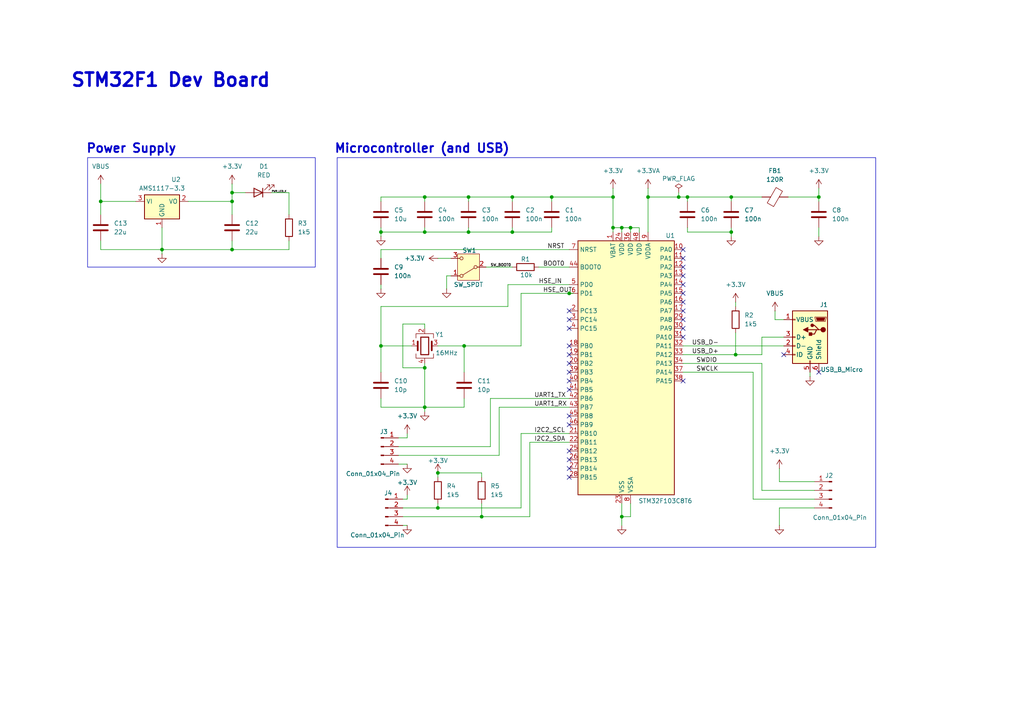
<source format=kicad_sch>
(kicad_sch (version 20231120) (generator "eeschema") (generator_version "8.0")
  (paper "A4")
  (title_block (title "STM32F1 Dev Board") (date "2024-03-03") (rev "0.1") (company "Royce Thomas Iype"))
  (lib_symbols
    (symbol "Connector:Conn_01x04_Pin" (pin_names (offset 1.016) hide)
      (property "Reference" "J" (at 0 5.08 0))
      (property "Value" "Conn_01x04_Pin" (at 0 -7.62 0))
      (symbol "Conn_01x04_Pin_1_1"
        (polyline (pts (xy 1.27 -5.08) (xy 0.8636 -5.08)) (stroke (width 0.1524)))
        (polyline (pts (xy 1.27 -2.54) (xy 0.8636 -2.54)) (stroke (width 0.1524)))
        (polyline (pts (xy 1.27 0) (xy 0.8636 0)) (stroke (width 0.1524)))
        (polyline (pts (xy 1.27 2.54) (xy 0.8636 2.54)) (stroke (width 0.1524)))
        (rectangle (start 0.8636 -4.953) (end 0 -5.207) (stroke (width 0.1524)) (fill (type outline)))
        (rectangle (start 0.8636 -2.413) (end 0 -2.667) (stroke (width 0.1524)) (fill (type outline)))
        (rectangle (start 0.8636 0.127) (end 0 -0.127) (stroke (width 0.1524)) (fill (type outline)))
        (rectangle (start 0.8636 2.667) (end 0 2.413) (stroke (width 0.1524)) (fill (type outline)))
        (pin passive line (at 5.08 2.54 180) (length 3.81) (name "Pin_1") (number "1"))
        (pin passive line (at 5.08 0 180) (length 3.81) (name "Pin_2") (number "2"))
        (pin passive line (at 5.08 -2.54 180) (length 3.81) (name "Pin_3") (number "3"))
        (pin passive line (at 5.08 -5.08 180) (length 3.81) (name "Pin_4") (number "4"))
      )
    )
    (symbol "Connector:USB_B_Micro" (pin_names (offset 1.016))
      (property "Reference" "J" (at -5.08 11.43 0))
      (property "Value" "USB_B_Micro" (at -5.08 8.89 0))
      (symbol "USB_B_Micro_0_1"
        (rectangle (start -5.08 -7.62) (end 5.08 7.62) (stroke (width 0.254)) (fill (type background)))
        (circle (center -3.81 2.159) (radius 0.635) (stroke (width 0.254)) (fill (type outline)))
        (circle (center -0.635 3.429) (radius 0.381) (stroke (width 0.254)) (fill (type outline)))
        (rectangle (start -0.127 -7.62) (end 0.127 -6.858))
        (polyline (pts (xy -1.905 2.159) (xy 0.635 2.159)) (stroke (width 0.254)))
        (polyline (pts (xy -3.175 2.159) (xy -2.54 2.159) (xy -1.27 3.429) (xy -0.635 3.429)) (stroke (width 0.254)))
        (polyline (pts (xy -2.54 2.159) (xy -1.905 2.159) (xy -1.27 0.889) (xy 0 0.889)) (stroke (width 0.254)))
        (polyline (pts (xy 0.635 2.794) (xy 0.635 1.524) (xy 1.905 2.159) (xy 0.635 2.794)) (stroke (width 0.254)) (fill (type outline)))
        (polyline (pts (xy -4.318 5.588) (xy -1.778 5.588) (xy -2.032 4.826) (xy -4.064 4.826) (xy -4.318 5.588)) (fill (type outline)))
        (polyline (pts (xy -4.699 5.842) (xy -4.699 5.588) (xy -4.445 4.826) (xy -4.445 4.572) (xy -1.651 4.572) (xy -1.651 4.826) (xy -1.397 5.588) (xy -1.397 5.842) (xy -4.699 5.842)))
        (rectangle (start 0.254 1.27) (end -0.508 0.508) (stroke (width 0.254)) (fill (type outline)))
        (rectangle (start 5.08 -5.207) (end 4.318 -4.953))
        (rectangle (start 5.08 -2.667) (end 4.318 -2.413))
        (rectangle (start 5.08 -0.127) (end 4.318 0.127))
        (rectangle (start 5.08 4.953) (end 4.318 5.207))
      )
      (symbol "USB_B_Micro_1_1"
        (pin power_out line (at 7.62 5.08 180) (length 2.54) (name "VBUS") (number "1"))
        (pin bidirectional line (at 7.62 -2.54 180) (length 2.54) (name "D-") (number "2"))
        (pin bidirectional line (at 7.62 0 180) (length 2.54) (name "D+") (number "3"))
        (pin passive line (at 7.62 -5.08 180) (length 2.54) (name "ID") (number "4"))
        (pin power_out line (at 0 -10.16 90) (length 2.54) (name "GND") (number "5"))
        (pin passive line (at -2.54 -10.16 90) (length 2.54) (name "Shield") (number "6"))
      )
    )
    (symbol "Device:C" (pin_numbers hide) (pin_names (offset 0.254))
      (property "Reference" "C" (at 0.635 2.54 0))
      (property "Value" "C" (at 0.635 -2.54 0))
      (symbol "C_0_1"
        (polyline (pts (xy -2.032 -0.762) (xy 2.032 -0.762)) (stroke (width 0.508)))
        (polyline (pts (xy -2.032 0.762) (xy 2.032 0.762)) (stroke (width 0.508)))
      )
      (symbol "C_1_1"
        (pin passive line (at 0 3.81 270) (length 2.794) (name "~") (number "1"))
        (pin passive line (at 0 -3.81 90) (length 2.794) (name "~") (number "2"))
      )
    )
    (symbol "Device:Crystal_GND24" (pin_names (offset 1.016) hide)
      (property "Reference" "Y" (at 3.175 5.08 0))
      (property "Value" "Crystal_GND24" (at 3.175 3.175 0))
      (symbol "Crystal_GND24_0_1"
        (rectangle (start -1.143 2.54) (end 1.143 -2.54) (stroke (width 0.3048)))
        (polyline (pts (xy -2.54 0) (xy -2.032 0)))
        (polyline (pts (xy -2.032 -1.27) (xy -2.032 1.27)) (stroke (width 0.508)))
        (polyline (pts (xy 0 -3.81) (xy 0 -3.556)))
        (polyline (pts (xy 0 3.556) (xy 0 3.81)))
        (polyline (pts (xy 2.032 -1.27) (xy 2.032 1.27)) (stroke (width 0.508)))
        (polyline (pts (xy 2.032 0) (xy 2.54 0)))
        (polyline (pts (xy -2.54 -2.286) (xy -2.54 -3.556) (xy 2.54 -3.556) (xy 2.54 -2.286)))
        (polyline (pts (xy -2.54 2.286) (xy -2.54 3.556) (xy 2.54 3.556) (xy 2.54 2.286)))
      )
      (symbol "Crystal_GND24_1_1"
        (pin passive line (at -3.81 0 0) (length 1.27) (name "1") (number "1"))
        (pin passive line (at 0 5.08 270) (length 1.27) (name "2") (number "2"))
        (pin passive line (at 3.81 0 180) (length 1.27) (name "3") (number "3"))
        (pin passive line (at 0 -5.08 90) (length 1.27) (name "4") (number "4"))
      )
    )
    (symbol "Device:FerriteBead" (pin_numbers hide) (pin_names (offset 0))
      (property "Reference" "FB" (at -3.81 0.635 90))
      (property "Value" "FerriteBead" (at 3.81 0 90))
      (symbol "FerriteBead_0_1"
        (polyline (pts (xy 0 -1.27) (xy 0 -1.2192)))
        (polyline (pts (xy 0 1.27) (xy 0 1.2954)))
        (polyline (pts (xy -2.7686 0.4064) (xy -1.7018 2.2606) (xy 2.7686 -0.3048) (xy 1.6764 -2.159) (xy -2.7686 0.4064)))
      )
      (symbol "FerriteBead_1_1"
        (pin passive line (at 0 3.81 270) (length 2.54) (name "~") (number "1"))
        (pin passive line (at 0 -3.81 90) (length 2.54) (name "~") (number "2"))
      )
    )
    (symbol "Device:LED" (pin_numbers hide) (pin_names (offset 1.016) hide)
      (property "Reference" "D" (at 0 2.54 0))
      (property "Value" "LED" (at 0 -2.54 0))
      (symbol "LED_0_1"
        (polyline (pts (xy -1.27 -1.27) (xy -1.27 1.27)) (stroke (width 0.254)))
        (polyline (pts (xy -1.27 0) (xy 1.27 0)))
        (polyline (pts (xy 1.27 -1.27) (xy 1.27 1.27) (xy -1.27 0) (xy 1.27 -1.27)) (stroke (width 0.254)))
        (polyline (pts (xy -3.048 -0.762) (xy -4.572 -2.286) (xy -3.81 -2.286) (xy -4.572 -2.286) (xy -4.572 -1.524)))
        (polyline (pts (xy -1.778 -0.762) (xy -3.302 -2.286) (xy -2.54 -2.286) (xy -3.302 -2.286) (xy -3.302 -1.524)))
      )
      (symbol "LED_1_1"
        (pin passive line (at -3.81 0 0) (length 2.54) (name "K") (number "1"))
        (pin passive line (at 3.81 0 180) (length 2.54) (name "A") (number "2"))
      )
    )
    (symbol "Device:R" (pin_numbers hide) (pin_names (offset 0))
      (property "Reference" "R" (at 2.032 0 90))
      (property "Value" "R" (at 0 0 90))
      (symbol "R_0_1"
        (rectangle (start -1.016 -2.54) (end 1.016 2.54) (stroke (width 0.254)))
      )
      (symbol "R_1_1"
        (pin passive line (at 0 3.81 270) (length 1.27) (name "~") (number "1"))
        (pin passive line (at 0 -3.81 90) (length 1.27) (name "~") (number "2"))
      )
    )
    (symbol "MCU_ST_STM32F1:STM32F103C8Tx"
      (property "Reference" "U" (at -12.7 39.37 0))
      (property "Value" "STM32F103C8Tx" (at 10.16 39.37 0))
      (symbol "STM32F103C8Tx_0_1"
        (rectangle (start -12.7 -35.56) (end 15.24 38.1) (stroke (width 0.254)) (fill (type background)))
      )
      (symbol "STM32F103C8Tx_1_1"
        (pin power_in line (at -2.54 40.64 270) (length 2.54) (name "VBAT") (number "1"))
        (pin bidirectional line (at 17.78 35.56 180) (length 2.54) (name "PA0") (number "10"))
        (pin bidirectional line (at 17.78 33.02 180) (length 2.54) (name "PA1") (number "11"))
        (pin bidirectional line (at 17.78 30.48 180) (length 2.54) (name "PA2") (number "12"))
        (pin bidirectional line (at 17.78 27.94 180) (length 2.54) (name "PA3") (number "13"))
        (pin bidirectional line (at 17.78 25.4 180) (length 2.54) (name "PA4") (number "14"))
        (pin bidirectional line (at 17.78 22.86 180) (length 2.54) (name "PA5") (number "15"))
        (pin bidirectional line (at 17.78 20.32 180) (length 2.54) (name "PA6") (number "16"))
        (pin bidirectional line (at 17.78 17.78 180) (length 2.54) (name "PA7") (number "17"))
        (pin bidirectional line (at -15.24 7.62 0) (length 2.54) (name "PB0") (number "18"))
        (pin bidirectional line (at -15.24 5.08 0) (length 2.54) (name "PB1") (number "19"))
        (pin bidirectional line (at -15.24 17.78 0) (length 2.54) (name "PC13") (number "2"))
        (pin bidirectional line (at -15.24 2.54 0) (length 2.54) (name "PB2") (number "20"))
        (pin bidirectional line (at -15.24 -17.78 0) (length 2.54) (name "PB10") (number "21"))
        (pin bidirectional line (at -15.24 -20.32 0) (length 2.54) (name "PB11") (number "22"))
        (pin power_in line (at 0 -38.1 90) (length 2.54) (name "VSS") (number "23"))
        (pin power_in line (at 0 40.64 270) (length 2.54) (name "VDD") (number "24"))
        (pin bidirectional line (at -15.24 -22.86 0) (length 2.54) (name "PB12") (number "25"))
        (pin bidirectional line (at -15.24 -25.4 0) (length 2.54) (name "PB13") (number "26"))
        (pin bidirectional line (at -15.24 -27.94 0) (length 2.54) (name "PB14") (number "27"))
        (pin bidirectional line (at -15.24 -30.48 0) (length 2.54) (name "PB15") (number "28"))
        (pin bidirectional line (at 17.78 15.24 180) (length 2.54) (name "PA8") (number "29"))
        (pin bidirectional line (at -15.24 15.24 0) (length 2.54) (name "PC14") (number "3"))
        (pin bidirectional line (at 17.78 12.7 180) (length 2.54) (name "PA9") (number "30"))
        (pin bidirectional line (at 17.78 10.16 180) (length 2.54) (name "PA10") (number "31"))
        (pin bidirectional line (at 17.78 7.62 180) (length 2.54) (name "PA11") (number "32"))
        (pin bidirectional line (at 17.78 5.08 180) (length 2.54) (name "PA12") (number "33"))
        (pin bidirectional line (at 17.78 2.54 180) (length 2.54) (name "PA13") (number "34"))
        (pin passive line (at 0 -38.1 90) (length 2.54) hide (name "VSS") (number "35"))
        (pin power_in line (at 2.54 40.64 270) (length 2.54) (name "VDD") (number "36"))
        (pin bidirectional line (at 17.78 0 180) (length 2.54) (name "PA14") (number "37"))
        (pin bidirectional line (at 17.78 -2.54 180) (length 2.54) (name "PA15") (number "38"))
        (pin bidirectional line (at -15.24 0 0) (length 2.54) (name "PB3") (number "39"))
        (pin bidirectional line (at -15.24 12.7 0) (length 2.54) (name "PC15") (number "4"))
        (pin bidirectional line (at -15.24 -2.54 0) (length 2.54) (name "PB4") (number "40"))
        (pin bidirectional line (at -15.24 -5.08 0) (length 2.54) (name "PB5") (number "41"))
        (pin bidirectional line (at -15.24 -7.62 0) (length 2.54) (name "PB6") (number "42"))
        (pin bidirectional line (at -15.24 -10.16 0) (length 2.54) (name "PB7") (number "43"))
        (pin input line (at -15.24 30.48 0) (length 2.54) (name "BOOT0") (number "44"))
        (pin bidirectional line (at -15.24 -12.7 0) (length 2.54) (name "PB8") (number "45"))
        (pin bidirectional line (at -15.24 -15.24 0) (length 2.54) (name "PB9") (number "46"))
        (pin passive line (at 0 -38.1 90) (length 2.54) hide (name "VSS") (number "47"))
        (pin power_in line (at 5.08 40.64 270) (length 2.54) (name "VDD") (number "48"))
        (pin bidirectional line (at -15.24 25.4 0) (length 2.54) (name "PD0") (number "5"))
        (pin bidirectional line (at -15.24 22.86 0) (length 2.54) (name "PD1") (number "6"))
        (pin input line (at -15.24 35.56 0) (length 2.54) (name "NRST") (number "7"))
        (pin power_in line (at 2.54 -38.1 90) (length 2.54) (name "VSSA") (number "8"))
        (pin power_in line (at 7.62 40.64 270) (length 2.54) (name "VDDA") (number "9"))
      )
    )
    (symbol "Regulator_Linear:AMS1117-3.3"
      (property "Reference" "U" (at -3.81 3.175 0))
      (property "Value" "AMS1117-3.3" (at 0 3.175 0))
      (symbol "AMS1117-3.3_0_1"
        (rectangle (start -5.08 -5.08) (end 5.08 1.905) (stroke (width 0.254)) (fill (type background)))
      )
      (symbol "AMS1117-3.3_1_1"
        (pin power_in line (at 0 -7.62 90) (length 2.54) (name "GND") (number "1"))
        (pin power_out line (at 7.62 0 180) (length 2.54) (name "VO") (number "2"))
        (pin power_in line (at -7.62 0 0) (length 2.54) (name "VI") (number "3"))
      )
    )
    (symbol "Switch:SW_SPDT" (pin_names (offset 0) hide)
      (property "Reference" "SW" (at 0 5.08 0))
      (property "Value" "SW_SPDT" (at 0 -5.08 0))
      (symbol "SW_SPDT_0_1"
        (circle (center -2.032 0) (radius 0.4572))
        (polyline (pts (xy -1.651 0.254) (xy 1.651 2.286)))
        (circle (center 2.032 -2.54) (radius 0.4572))
        (circle (center 2.032 2.54) (radius 0.4572))
      )
      (symbol "SW_SPDT_1_1"
        (rectangle (start -3.175 3.81) (end 3.175 -3.81) (fill (type background)))
        (pin passive line (at 5.08 2.54 180) (length 2.54) (name "A") (number "1"))
        (pin passive line (at -5.08 0 0) (length 2.54) (name "B") (number "2"))
        (pin passive line (at 5.08 -2.54 180) (length 2.54) (name "C") (number "3"))
      )
    )
    (symbol "power:+3.3V" (power) (pin_numbers hide) (pin_names (offset 0) hide)
      (property "Value" "+3.3V" (at 0 3.556 0))
      (symbol "+3.3V_0_1"
        (polyline (pts (xy -0.762 1.27) (xy 0 2.54)))
        (polyline (pts (xy 0 0) (xy 0 2.54)))
        (polyline (pts (xy 0 2.54) (xy 0.762 1.27)))
      )
      (symbol "+3.3V_1_1"
        (pin power_in line (at 0 0 90) (length 0) (name "~") (number "1"))
      )
    )
    (symbol "power:+3.3VA" (power) (pin_numbers hide) (pin_names (offset 0) hide)
      (property "Value" "+3.3VA" (at 0 3.556 0))
      (symbol "+3.3VA_0_1"
        (polyline (pts (xy -0.762 1.27) (xy 0 2.54)))
        (polyline (pts (xy 0 0) (xy 0 2.54)))
        (polyline (pts (xy 0 2.54) (xy 0.762 1.27)))
      )
      (symbol "+3.3VA_1_1"
        (pin power_in line (at 0 0 90) (length 0) (name "~") (number "1"))
      )
    )
    (symbol "power:GND" (power) (pin_numbers hide) (pin_names (offset 0) hide)
      (property "Value" "GND" (at 0 -3.81 0))
      (symbol "GND_0_1"
        (polyline (pts (xy 0 0) (xy 0 -1.27) (xy 1.27 -1.27) (xy 0 -2.54) (xy -1.27 -1.27) (xy 0 -1.27)))
      )
      (symbol "GND_1_1"
        (pin power_in line (at 0 0 270) (length 0) (name "~") (number "1"))
      )
    )
    (symbol "power:PWR_FLAG" (power) (pin_numbers hide) (pin_names (offset 0) hide)
      (property "Value" "PWR_FLAG" (at 0 3.81 0))
      (symbol "PWR_FLAG_0_0"
        (pin power_out line (at 0 0 90) (length 0) (name "~") (number "1"))
      )
      (symbol "PWR_FLAG_0_1"
        (polyline (pts (xy 0 0) (xy 0 1.27) (xy -1.016 1.905) (xy 0 2.54) (xy 1.016 1.905) (xy 0 1.27)))
      )
    )
    (symbol "power:VBUS" (power) (pin_numbers hide) (pin_names (offset 0) hide)
      (property "Value" "VBUS" (at 0 3.556 0))
      (symbol "VBUS_0_1"
        (polyline (pts (xy -0.762 1.27) (xy 0 2.54)))
        (polyline (pts (xy 0 0) (xy 0 2.54)))
        (polyline (pts (xy 0 2.54) (xy 0.762 1.27)))
      )
      (symbol "VBUS_1_1"
        (pin power_in line (at 0 0 90) (length 0) (name "~") (number "1"))
      )
    )
  )
  (junction (at 135.89 67.31))
  (junction (at 123.19 106.68))
  (junction (at 212.09 67.31))
  (junction (at 110.49 67.31))
  (junction (at 160.02 57.15))
  (junction (at 134.62 100.33))
  (junction (at 187.96 57.15))
  (junction (at 165.1 85.09))
  (junction (at 67.31 58.42))
  (junction (at 237.49 57.15))
  (junction (at 139.7 149.86))
  (junction (at 199.39 57.15))
  (junction (at 180.34 149.86))
  (junction (at 212.09 57.15))
  (junction (at 110.49 100.33))
  (junction (at 123.19 67.31))
  (junction (at 148.59 57.15))
  (junction (at 46.99 72.39))
  (junction (at 29.21 58.42))
  (junction (at 177.8 57.15))
  (junction (at 180.34 66.04))
  (junction (at 177.8 66.04))
  (junction (at 213.36 102.87))
  (junction (at 67.31 72.39))
  (junction (at 148.59 67.31))
  (junction (at 196.85 57.15))
  (junction (at 127 137.16))
  (junction (at 123.19 118.11))
  (junction (at 135.89 57.15))
  (junction (at 123.19 57.15))
  (junction (at 182.88 66.04))
  (junction (at 67.31 55.88))
  (junction (at 127 147.32))
  (no_connect (at 165.1 90.17))
  (no_connect (at 198.12 90.17))
  (no_connect (at 198.12 87.63))
  (no_connect (at 165.1 105.41))
  (no_connect (at 165.1 120.65))
  (no_connect (at 198.12 92.71))
  (no_connect (at 237.49 107.95))
  (no_connect (at 165.1 92.71))
  (no_connect (at 198.12 72.39))
  (no_connect (at 198.12 110.49))
  (no_connect (at 165.1 110.49))
  (no_connect (at 198.12 77.47))
  (no_connect (at 198.12 80.01))
  (no_connect (at 198.12 97.79))
  (no_connect (at 227.33 102.87))
  (no_connect (at 165.1 113.03))
  (no_connect (at 165.1 138.43))
  (no_connect (at 165.1 133.35))
  (no_connect (at 165.1 130.81))
  (no_connect (at 165.1 123.19))
  (no_connect (at 165.1 95.25))
  (no_connect (at 198.12 85.09))
  (no_connect (at 198.12 74.93))
  (no_connect (at 198.12 82.55))
  (no_connect (at 198.12 95.25))
  (no_connect (at 165.1 135.89))
  (no_connect (at 165.1 100.33))
  (no_connect (at 165.1 102.87))
  (no_connect (at 165.1 107.95))
  (wire (pts (xy 177.8 66.04) (xy 177.8 67.31)))
  (wire (pts (xy 118.11 125.73) (xy 118.11 127)))
  (wire (pts (xy 177.8 66.04) (xy 180.34 66.04)))
  (wire (pts (xy 110.49 100.33) (xy 110.49 107.95)))
  (wire (pts (xy 144.78 118.11) (xy 144.78 132.08)))
  (wire (pts (xy 196.85 55.88) (xy 196.85 57.15)))
  (wire (pts (xy 139.7 137.16) (xy 139.7 138.43)))
  (wire (pts (xy 67.31 55.88) (xy 71.12 55.88)))
  (wire (pts (xy 226.06 152.4) (xy 226.06 147.32)))
  (wire (pts (xy 224.79 92.71) (xy 227.33 92.71)))
  (wire (pts (xy 134.62 115.57) (xy 134.62 118.11)))
  (wire (pts (xy 142.24 115.57) (xy 165.1 115.57)))
  (wire (pts (xy 234.95 109.22) (xy 234.95 107.95)))
  (wire (pts (xy 139.7 149.86) (xy 153.67 149.86)))
  (wire (pts (xy 127 147.32) (xy 151.13 147.32)))
  (wire (pts (xy 226.06 147.32) (xy 236.22 147.32)))
  (wire (pts (xy 110.49 88.9) (xy 147.32 88.9)))
  (wire (pts (xy 110.49 82.55) (xy 110.49 83.82)))
  (wire (pts (xy 148.59 57.15) (xy 160.02 57.15)))
  (wire (pts (xy 199.39 57.15) (xy 212.09 57.15)))
  (wire (pts (xy 116.84 149.86) (xy 139.7 149.86)))
  (wire (pts (xy 199.39 57.15) (xy 199.39 58.42)))
  (wire (pts (xy 151.13 125.73) (xy 165.1 125.73)))
  (wire (pts (xy 220.98 142.24) (xy 236.22 142.24)))
  (wire (pts (xy 139.7 146.05) (xy 139.7 149.86)))
  (wire (pts (xy 116.84 106.68) (xy 123.19 106.68)))
  (wire (pts (xy 187.96 57.15) (xy 196.85 57.15)))
  (wire (pts (xy 218.44 144.78) (xy 236.22 144.78)))
  (wire (pts (xy 196.85 57.15) (xy 199.39 57.15)))
  (wire (pts (xy 198.12 102.87) (xy 213.36 102.87)))
  (wire (pts (xy 110.49 118.11) (xy 123.19 118.11)))
  (wire (pts (xy 212.09 57.15) (xy 212.09 58.42)))
  (wire (pts (xy 199.39 67.31) (xy 212.09 67.31)))
  (wire (pts (xy 110.49 67.31) (xy 123.19 67.31)))
  (wire (pts (xy 110.49 67.31) (xy 110.49 68.58)))
  (wire (pts (xy 29.21 72.39) (xy 46.99 72.39)))
  (wire (pts (xy 123.19 106.68) (xy 123.19 118.11)))
  (wire (pts (xy 118.11 152.4) (xy 116.84 152.4)))
  (wire (pts (xy 110.49 100.33) (xy 110.49 88.9)))
  (wire (pts (xy 177.8 54.61) (xy 177.8 57.15)))
  (wire (pts (xy 83.82 69.85) (xy 83.82 72.39)))
  (wire (pts (xy 212.09 57.15) (xy 220.98 57.15)))
  (wire (pts (xy 153.67 149.86) (xy 153.67 128.27)))
  (wire (pts (xy 198.12 107.95) (xy 218.44 107.95)))
  (wire (pts (xy 237.49 54.61) (xy 237.49 57.15)))
  (wire (pts (xy 148.59 67.31) (xy 160.02 67.31)))
  (wire (pts (xy 160.02 67.31) (xy 160.02 66.04)))
  (wire (pts (xy 123.19 106.68) (xy 123.19 105.41)))
  (wire (pts (xy 156.21 77.47) (xy 165.1 77.47)))
  (wire (pts (xy 180.34 66.04) (xy 182.88 66.04)))
  (wire (pts (xy 123.19 93.98) (xy 116.84 93.98)))
  (wire (pts (xy 29.21 69.85) (xy 29.21 72.39)))
  (wire (pts (xy 151.13 85.09) (xy 165.1 85.09)))
  (wire (pts (xy 127 137.16) (xy 139.7 137.16)))
  (wire (pts (xy 135.89 67.31) (xy 135.89 66.04)))
  (wire (pts (xy 110.49 100.33) (xy 119.38 100.33)))
  (wire (pts (xy 224.79 90.17) (xy 224.79 92.71)))
  (wire (pts (xy 135.89 57.15) (xy 135.89 58.42)))
  (wire (pts (xy 160.02 57.15) (xy 177.8 57.15)))
  (wire (pts (xy 185.42 66.04) (xy 185.42 67.31)))
  (wire (pts (xy 127 138.43) (xy 127 137.16)))
  (wire (pts (xy 118.11 127) (xy 115.57 127)))
  (wire (pts (xy 116.84 147.32) (xy 127 147.32)))
  (wire (pts (xy 83.82 55.88) (xy 83.82 62.23)))
  (wire (pts (xy 182.88 66.04) (xy 185.42 66.04)))
  (wire (pts (xy 151.13 147.32) (xy 151.13 125.73)))
  (wire (pts (xy 148.59 57.15) (xy 148.59 58.42)))
  (wire (pts (xy 46.99 66.04) (xy 46.99 72.39)))
  (wire (pts (xy 110.49 58.42) (xy 110.49 57.15)))
  (wire (pts (xy 110.49 57.15) (xy 123.19 57.15)))
  (wire (pts (xy 213.36 102.87) (xy 220.98 102.87)))
  (wire (pts (xy 237.49 57.15) (xy 237.49 58.42)))
  (wire (pts (xy 220.98 97.79) (xy 227.33 97.79)))
  (wire (pts (xy 153.67 128.27) (xy 165.1 128.27)))
  (wire (pts (xy 182.88 66.04) (xy 182.88 67.31)))
  (wire (pts (xy 177.8 57.15) (xy 177.8 66.04)))
  (wire (pts (xy 123.19 118.11) (xy 123.19 119.38)))
  (wire (pts (xy 151.13 85.09) (xy 151.13 100.33)))
  (wire (pts (xy 134.62 100.33) (xy 134.62 107.95)))
  (wire (pts (xy 199.39 66.04) (xy 199.39 67.31)))
  (wire (pts (xy 180.34 66.04) (xy 180.34 67.31)))
  (wire (pts (xy 67.31 58.42) (xy 54.61 58.42)))
  (wire (pts (xy 83.82 72.39) (xy 67.31 72.39)))
  (wire (pts (xy 180.34 149.86) (xy 182.88 149.86)))
  (wire (pts (xy 220.98 105.41) (xy 220.98 142.24)))
  (wire (pts (xy 182.88 146.05) (xy 182.88 149.86)))
  (wire (pts (xy 213.36 87.63) (xy 213.36 88.9)))
  (wire (pts (xy 166.37 85.09) (xy 165.1 85.09)))
  (wire (pts (xy 46.99 72.39) (xy 67.31 72.39)))
  (wire (pts (xy 228.6 57.15) (xy 237.49 57.15)))
  (wire (pts (xy 110.49 66.04) (xy 110.49 67.31)))
  (wire (pts (xy 148.59 67.31) (xy 148.59 66.04)))
  (wire (pts (xy 135.89 57.15) (xy 148.59 57.15)))
  (wire (pts (xy 123.19 118.11) (xy 134.62 118.11)))
  (wire (pts (xy 110.49 115.57) (xy 110.49 118.11)))
  (wire (pts (xy 67.31 58.42) (xy 67.31 62.23)))
  (wire (pts (xy 144.78 118.11) (xy 165.1 118.11)))
  (wire (pts (xy 198.12 105.41) (xy 220.98 105.41)))
  (wire (pts (xy 212.09 67.31) (xy 212.09 68.58)))
  (wire (pts (xy 67.31 72.39) (xy 67.31 69.85)))
  (wire (pts (xy 123.19 95.25) (xy 123.19 93.98)))
  (wire (pts (xy 110.49 74.93) (xy 110.49 72.39)))
  (wire (pts (xy 187.96 54.61) (xy 187.96 57.15)))
  (wire (pts (xy 151.13 100.33) (xy 134.62 100.33)))
  (wire (pts (xy 29.21 58.42) (xy 39.37 58.42)))
  (wire (pts (xy 160.02 57.15) (xy 160.02 58.42)))
  (wire (pts (xy 226.06 139.7) (xy 236.22 139.7)))
  (wire (pts (xy 180.34 146.05) (xy 180.34 149.86)))
  (wire (pts (xy 213.36 96.52) (xy 213.36 102.87)))
  (wire (pts (xy 127 146.05) (xy 127 147.32)))
  (wire (pts (xy 135.89 67.31) (xy 148.59 67.31)))
  (wire (pts (xy 147.32 82.55) (xy 147.32 88.9)))
  (wire (pts (xy 212.09 66.04) (xy 212.09 67.31)))
  (wire (pts (xy 220.98 102.87) (xy 220.98 97.79)))
  (wire (pts (xy 127 100.33) (xy 134.62 100.33)))
  (wire (pts (xy 116.84 93.98) (xy 116.84 106.68)))
  (wire (pts (xy 129.54 80.01) (xy 130.81 80.01)))
  (wire (pts (xy 187.96 67.31) (xy 187.96 57.15)))
  (wire (pts (xy 226.06 135.89) (xy 226.06 139.7)))
  (wire (pts (xy 218.44 107.95) (xy 218.44 144.78)))
  (wire (pts (xy 123.19 67.31) (xy 123.19 66.04)))
  (wire (pts (xy 118.11 144.78) (xy 116.84 144.78)))
  (wire (pts (xy 110.49 72.39) (xy 165.1 72.39)))
  (wire (pts (xy 67.31 55.88) (xy 67.31 58.42)))
  (wire (pts (xy 127 74.93) (xy 130.81 74.93)))
  (wire (pts (xy 29.21 53.34) (xy 29.21 58.42)))
  (wire (pts (xy 147.32 82.55) (xy 165.1 82.55)))
  (wire (pts (xy 198.12 100.33) (xy 227.33 100.33)))
  (wire (pts (xy 142.24 115.57) (xy 142.24 129.54)))
  (wire (pts (xy 129.54 83.82) (xy 129.54 80.01)))
  (wire (pts (xy 46.99 72.39) (xy 46.99 73.66)))
  (wire (pts (xy 67.31 53.34) (xy 67.31 55.88)))
  (wire (pts (xy 78.74 55.88) (xy 83.82 55.88)))
  (wire (pts (xy 29.21 58.42) (xy 29.21 62.23)))
  (wire (pts (xy 123.19 67.31) (xy 135.89 67.31)))
  (wire (pts (xy 118.11 143.51) (xy 118.11 144.78)))
  (wire (pts (xy 180.34 149.86) (xy 180.34 152.4)))
  (wire (pts (xy 237.49 66.04) (xy 237.49 68.58)))
  (wire (pts (xy 123.19 57.15) (xy 135.89 57.15)))
  (wire (pts (xy 115.57 134.62) (xy 118.11 134.62)))
  (wire (pts (xy 140.97 77.47) (xy 148.59 77.47)))
  (wire (pts (xy 115.57 129.54) (xy 142.24 129.54)))
  (wire (pts (xy 115.57 132.08) (xy 144.78 132.08)))
  (wire (pts (xy 123.19 57.15) (xy 123.19 58.42)))
  (rectangle (start 97.79 45.72) (end 254 158.75))
  (rectangle (start 25.4 45.72) (end 91.44 77.47))
  (text "Power Supply" (at 38.1 43.18 0) (effects (font (size 2.54 2.54) (thickness 0.508) (bold yes))))
  (text "STM32F1 Dev Board" (at 49.53 23.368 0) (effects (font (size 3.81 3.81) (bold yes))))
  (text "Microcontroller (and USB)" (at 122.428 43.18 0) (effects (font (size 2.54 2.54) (bold yes))))
  (label "SWDIO" (at 201.93 105.41 0))
  (label "UART1_TX" (at 154.94 115.57 0))
  (label "HSE_IN" (at 156.21 82.55 0))
  (label "PWR_LED_K" (at 78.74 55.88 0) (effects (font (size 0.508 0.508))))
  (label "BOOT0" (at 157.48 77.47 0))
  (label "I2C2_SCL" (at 154.94 125.73 0))
  (label "UART1_RX" (at 154.94 118.11 0))
  (label "SWCLK" (at 201.93 107.95 0))
  (label "USB_D+" (at 200.66 102.87 0))
  (label "HSE_OUT" (at 157.48 85.09 0))
  (label "SW_BOOT0" (at 142.24 77.47 0) (effects (font (size 0.762 0.762))))
  (label "I2C2_SDA" (at 154.94 128.27 0))
  (label "USB_D-" (at 200.66 100.33 0))
  (label "NRST" (at 158.75 72.39 0))
  (symbol (lib_id "Switch:SW_SPDT") (at 135.89 77.47 180) (unit 1)
    (property "Reference" "SW1" (at 136.144 72.644 0))
    (property "Value" "SW_SPDT" (at 135.89 82.55 0))
    (property "Description" "Switch, single pole double throw" (effects (hide yes)))
  )
  (symbol (lib_id "Device:C") (at 135.89 62.23 0) (unit 1)
    (property "Reference" "C3" (at 139.7 60.9599 0) (effects (justify left)))
    (property "Value" "100n" (at 139.7 63.4999 0) (effects (justify left)))
    (property "Description" "Unpolarized capacitor" (effects (hide yes)))
  )
  (symbol (lib_id "power:+3.3V") (at 213.36 87.63 0) (unit 1)
    (property "Reference" "#PWR014" (effects (hide yes)))
    (property "Value" "+3.3V" (at 213.36 82.55 0))
    (property "Description" "Power symbol creates a global label with name \"+3.3V\"" (effects (hide yes)))
  )
  (symbol (lib_id "Device:C") (at 134.62 111.76 0) (unit 1)
    (property "Reference" "C11" (at 138.43 110.4899 0) (effects (justify left)))
    (property "Value" "10p" (at 138.43 113.0299 0) (effects (justify left)))
    (property "Description" "Unpolarized capacitor" (effects (hide yes)))
  )
  (symbol (lib_id "power:GND") (at 118.11 152.4 0) (unit 1)
    (property "Reference" "#PWR021" (effects (hide yes)))
    (property "Value" "GND" (effects (hide yes)))
    (property "Description" "Power symbol creates a global label with name \"GND\" , ground" (effects (hide yes)))
  )
  (symbol (lib_id "power:+3.3V") (at 226.06 135.89 0) (unit 1)
    (property "Reference" "#PWR015" (effects (hide yes)))
    (property "Value" "+3.3V" (at 226.06 130.81 0))
    (property "Description" "Power symbol creates a global label with name \"+3.3V\"" (effects (hide yes)))
  )
  (symbol (lib_id "Device:C") (at 110.49 111.76 0) (unit 1)
    (property "Reference" "C10" (at 114.3 110.4899 0) (effects (justify left)))
    (property "Value" "10p" (at 114.3 113.0299 0) (effects (justify left)))
    (property "Description" "Unpolarized capacitor" (effects (hide yes)))
  )
  (symbol (lib_id "power:+3.3V") (at 127 74.93 90) (unit 1)
    (property "Reference" "#PWR010" (effects (hide yes)))
    (property "Value" "+3.3V" (at 123.19 74.9299 90) (effects (justify left)))
    (property "Description" "Power symbol creates a global label with name \"+3.3V\"" (effects (hide yes)))
  )
  (symbol (lib_id "power:GND") (at 110.49 68.58 0) (unit 1)
    (property "Reference" "#PWR03" (effects (hide yes)))
    (property "Value" "GND" (effects (hide yes)))
    (property "Description" "Power symbol creates a global label with name \"GND\" , ground" (effects (hide yes)))
  )
  (symbol (lib_id "power:+3.3V") (at 237.49 54.61 0) (unit 1)
    (property "Reference" "#PWR07" (effects (hide yes)))
    (property "Value" "+3.3V" (at 237.49 49.53 0))
    (property "Description" "Power symbol creates a global label with name \"+3.3V\"" (effects (hide yes)))
  )
  (symbol (lib_id "power:GND") (at 234.95 109.22 0) (unit 1)
    (property "Reference" "#PWR012" (effects (hide yes)))
    (property "Value" "GND" (effects (hide yes)))
    (property "Description" "Power symbol creates a global label with name \"GND\" , ground" (effects (hide yes)))
  )
  (symbol (lib_id "power:GND") (at 123.19 119.38 0) (unit 1)
    (property "Reference" "#PWR011" (effects (hide yes)))
    (property "Value" "GND" (effects (hide yes)))
    (property "Description" "Power symbol creates a global label with name \"GND\" , ground" (effects (hide yes)))
  )
  (symbol (lib_id "power:GND") (at 180.34 152.4 0) (unit 1)
    (property "Reference" "#PWR01" (effects (hide yes)))
    (property "Value" "GND" (effects (hide yes)))
    (property "Description" "Power symbol creates a global label with name \"GND\" , ground" (effects (hide yes)))
  )
  (symbol (lib_id "Regulator_Linear:AMS1117-3.3") (at 46.99 58.42 0) (unit 1)
    (property "Reference" "U2" (at 51.054 52.07 0))
    (property "Value" "AMS1117-3.3" (at 46.99 54.61 0))
    (property "Footprint" "Package_TO_SOT_SMD:SOT-223-3_TabPin2" (effects (hide yes)))
    (property "Datasheet" "http://www.advanced-monolithic.com/pdf/ds1117.pdf" (effects (hide yes)))
    (property "Description" "1A Low Dropout regulator, positive, 3.3V fixed output, SOT-223" (effects (hide yes)))
  )
  (symbol (lib_id "Device:C") (at 110.49 78.74 0) (unit 1)
    (property "Reference" "C9" (at 114.3 77.4699 0) (effects (justify left)))
    (property "Value" "100n" (at 114.3 80.0099 0) (effects (justify left)))
    (property "Description" "Unpolarized capacitor" (effects (hide yes)))
  )
  (symbol (lib_id "power:+3.3V") (at 127 137.16 0) (unit 1)
    (property "Reference" "#PWR024" (effects (hide yes)))
    (property "Value" "+3.3V" (at 127 133.604 0))
    (property "Description" "Power symbol creates a global label with name \"+3.3V\"" (effects (hide yes)))
  )
  (symbol (lib_id "Device:Crystal_GND24") (at 123.19 100.33 0) (unit 1)
    (property "Reference" "Y1" (at 127.508 97.028 0))
    (property "Value" "16MHz" (at 129.54 102.362 0))
    (property "Description" "Four pin crystal, GND on pins 2 and 4" (effects (hide yes)))
  )
  (symbol (lib_id "power:+3.3V") (at 177.8 54.61 0) (unit 1)
    (property "Reference" "#PWR02" (effects (hide yes)))
    (property "Value" "+3.3V" (at 177.8 49.53 0))
    (property "Description" "Power symbol creates a global label with name \"+3.3V\"" (effects (hide yes)))
  )
  (symbol (lib_id "Device:R") (at 127 142.24 0) (unit 1)
    (property "Reference" "R4" (at 129.54 140.9699 0) (effects (justify left)))
    (property "Value" "1k5" (at 129.54 143.5099 0) (effects (justify left)))
    (property "Description" "Resistor" (effects (hide yes)))
  )
  (symbol (lib_id "power:VBUS") (at 29.21 53.34 0) (unit 1)
    (property "Reference" "#PWR017" (effects (hide yes)))
    (property "Value" "VBUS" (at 29.21 48.26 0))
    (property "Description" "Power symbol creates a global label with name \"VBUS\"" (effects (hide yes)))
  )
  (symbol (lib_id "power:GND") (at 110.49 83.82 0) (unit 1)
    (property "Reference" "#PWR08" (effects (hide yes)))
    (property "Value" "GND" (effects (hide yes)))
    (property "Description" "Power symbol creates a global label with name \"GND\" , ground" (effects (hide yes)))
  )
  (symbol (lib_id "Device:C") (at 148.59 62.23 0) (unit 1)
    (property "Reference" "C2" (at 152.4 60.9599 0) (effects (justify left)))
    (property "Value" "100n" (at 152.4 63.4999 0) (effects (justify left)))
    (property "Description" "Unpolarized capacitor" (effects (hide yes)))
  )
  (symbol (lib_id "power:GND") (at 46.99 73.66 0) (unit 1)
    (property "Reference" "#PWR019" (effects (hide yes)))
    (property "Value" "GND" (effects (hide yes)))
    (property "Description" "Power symbol creates a global label with name \"GND\" , ground" (effects (hide yes)))
  )
  (symbol (lib_id "power:GND") (at 237.49 68.58 0) (unit 1)
    (property "Reference" "#PWR06" (effects (hide yes)))
    (property "Value" "GND" (effects (hide yes)))
    (property "Description" "Power symbol creates a global label with name \"GND\" , ground" (effects (hide yes)))
  )
  (symbol (lib_id "power:+3.3VA") (at 187.96 54.61 0) (unit 1)
    (property "Reference" "#PWR04" (effects (hide yes)))
    (property "Value" "+3.3VA" (at 187.96 49.53 0))
    (property "Description" "Power symbol creates a global label with name \"+3.3VA\"" (effects (hide yes)))
  )
  (symbol (lib_id "MCU_ST_STM32F1:STM32F103C8Tx") (at 180.34 107.95 0) (unit 1)
    (property "Reference" "U1" (at 193.04 68.326 0) (effects (justify left)))
    (property "Value" "STM32F103C8T6" (at 185.166 145.288 0) (effects (justify left)))
    (property "Footprint" "Package_QFP:LQFP-48_7x7mm_P0.5mm" (effects (hide yes)))
    (property "Datasheet" "https://www.st.com/resource/en/datasheet/stm32f103c8.pdf" (effects (hide yes)))
    (property "Description" "STMicroelectronics Arm Cortex-M3 MCU, 64KB flash, 20KB RAM, 72 MHz, 2.0-3.6V, 37 GPIO, LQFP48" (effects (hide yes)))
  )
  (symbol (lib_id "Device:R") (at 83.82 66.04 0) (unit 1)
    (property "Reference" "R3" (at 86.36 64.7699 0) (effects (justify left)))
    (property "Value" "1k5" (at 86.36 67.3099 0) (effects (justify left)))
    (property "Description" "Resistor" (effects (hide yes)))
  )
  (symbol (lib_id "power:+3.3V") (at 118.11 125.73 0) (unit 1)
    (property "Reference" "#PWR022" (effects (hide yes)))
    (property "Value" "+3.3V" (at 118.11 120.65 0))
    (property "Description" "Power symbol creates a global label with name \"+3.3V\"" (effects (hide yes)))
  )
  (symbol (lib_id "Device:R") (at 213.36 92.71 0) (unit 1)
    (property "Reference" "R2" (at 215.9 91.4399 0) (effects (justify left)))
    (property "Value" "1k5" (at 215.9 93.9799 0) (effects (justify left)))
    (property "Description" "Resistor" (effects (hide yes)))
  )
  (symbol (lib_id "power:VBUS") (at 224.79 90.17 0) (unit 1)
    (property "Reference" "#PWR013" (effects (hide yes)))
    (property "Value" "VBUS" (at 224.79 85.09 0))
    (property "Description" "Power symbol creates a global label with name \"VBUS\"" (effects (hide yes)))
  )
  (symbol (lib_id "power:+3.3V") (at 67.31 53.34 0) (unit 1)
    (property "Reference" "#PWR018" (effects (hide yes)))
    (property "Value" "+3.3V" (at 67.31 48.26 0))
    (property "Description" "Power symbol creates a global label with name \"+3.3V\"" (effects (hide yes)))
  )
  (symbol (lib_id "power:GND") (at 212.09 68.58 0) (unit 1)
    (property "Reference" "#PWR05" (effects (hide yes)))
    (property "Value" "GND" (effects (hide yes)))
    (property "Description" "Power symbol creates a global label with name \"GND\" , ground" (effects (hide yes)))
  )
  (symbol (lib_id "power:GND") (at 129.54 83.82 0) (unit 1)
    (property "Reference" "#PWR09" (effects (hide yes)))
    (property "Value" "GND" (effects (hide yes)))
    (property "Description" "Power symbol creates a global label with name \"GND\" , ground" (effects (hide yes)))
  )
  (symbol (lib_id "Connector:Conn_01x04_Pin") (at 111.76 147.32 0) (unit 1)
    (property "Reference" "J4" (at 113.792 143.002 0) (effects (justify right)))
    (property "Value" "Conn_01x04_Pin" (at 117.348 155.194 0) (effects (justify right)))
    (property "Description" "Generic connector, single row, 01x04, script generated" (effects (hide yes)))
  )
  (symbol (lib_id "Device:C") (at 110.49 62.23 0) (unit 1)
    (property "Reference" "C5" (at 114.3 60.9599 0) (effects (justify left)))
    (property "Value" "10u" (at 114.3 63.4999 0) (effects (justify left)))
    (property "Description" "Unpolarized capacitor" (effects (hide yes)))
  )
  (symbol (lib_id "power:+3.3V") (at 118.11 143.51 0) (unit 1)
    (property "Reference" "#PWR023" (effects (hide yes)))
    (property "Value" "+3.3V" (at 118.11 139.954 0))
    (property "Description" "Power symbol creates a global label with name \"+3.3V\"" (effects (hide yes)))
  )
  (symbol (lib_id "Device:FerriteBead") (at 224.79 57.15 90) (unit 1)
    (property "Reference" "FB1" (at 224.7392 49.53 90))
    (property "Value" "120R" (at 224.7392 52.07 90))
    (property "Description" "Ferrite bead" (effects (hide yes)))
  )
  (symbol (lib_id "Device:C") (at 212.09 62.23 0) (unit 1)
    (property "Reference" "C7" (at 215.9 60.9599 0) (effects (justify left)))
    (property "Value" "100n" (at 215.9 63.4999 0) (effects (justify left)))
    (property "Description" "Unpolarized capacitor" (effects (hide yes)))
  )
  (symbol (lib_id "Device:LED") (at 74.93 55.88 180) (unit 1)
    (property "Reference" "D1" (at 76.5175 48.26 0))
    (property "Value" "RED" (at 76.5175 50.8 0))
    (property "Description" "Light emitting diode" (effects (hide yes)))
  )
  (symbol (lib_id "power:GND") (at 118.11 134.62 0) (unit 1)
    (property "Reference" "#PWR020" (effects (hide yes)))
    (property "Value" "GND" (effects (hide yes)))
    (property "Description" "Power symbol creates a global label with name \"GND\" , ground" (effects (hide yes)))
  )
  (symbol (lib_id "power:PWR_FLAG") (at 196.85 55.88 0) (unit 1)
    (property "Reference" "#FLG01" (effects (hide yes)))
    (property "Value" "PWR_FLAG" (at 196.85 51.816 0))
    (property "Description" "Special symbol for telling ERC where power comes from" (effects (hide yes)))
  )
  (symbol (lib_id "Device:C") (at 237.49 62.23 0) (unit 1)
    (property "Reference" "C8" (at 241.3 60.9599 0) (effects (justify left)))
    (property "Value" "100n" (at 241.3 63.4999 0) (effects (justify left)))
    (property "Description" "Unpolarized capacitor" (effects (hide yes)))
  )
  (symbol (lib_id "Device:C") (at 160.02 62.23 0) (unit 1)
    (property "Reference" "C1" (at 163.83 60.9599 0) (effects (justify left)))
    (property "Value" "100n" (at 163.83 63.4999 0) (effects (justify left)))
    (property "Description" "Unpolarized capacitor" (effects (hide yes)))
  )
  (symbol (lib_id "Connector:Conn_01x04_Pin") (at 241.3 142.24 0) (mirror y) (unit 1)
    (property "Reference" "J2" (at 239.268 137.922 0) (effects (justify right)))
    (property "Value" "Conn_01x04_Pin" (at 235.712 150.114 0) (effects (justify right)))
    (property "Description" "Generic connector, single row, 01x04, script generated" (effects (hide yes)))
  )
  (symbol (lib_id "Device:C") (at 29.21 66.04 0) (unit 1)
    (property "Reference" "C13" (at 33.02 64.7699 0) (effects (justify left)))
    (property "Value" "22u" (at 33.02 67.3099 0) (effects (justify left)))
    (property "Description" "Unpolarized capacitor" (effects (hide yes)))
  )
  (symbol (lib_id "Device:C") (at 199.39 62.23 0) (unit 1)
    (property "Reference" "C6" (at 203.2 60.9599 0) (effects (justify left)))
    (property "Value" "100n" (at 203.2 63.4999 0) (effects (justify left)))
    (property "Description" "Unpolarized capacitor" (effects (hide yes)))
  )
  (symbol (lib_id "Device:C") (at 67.31 66.04 0) (unit 1)
    (property "Reference" "C12" (at 71.12 64.7699 0) (effects (justify left)))
    (property "Value" "22u" (at 71.12 67.3099 0) (effects (justify left)))
    (property "Description" "Unpolarized capacitor" (effects (hide yes)))
  )
  (symbol (lib_id "Device:C") (at 123.19 62.23 0) (unit 1)
    (property "Reference" "C4" (at 127 60.9599 0) (effects (justify left)))
    (property "Value" "100n" (at 127 63.4999 0) (effects (justify left)))
    (property "Description" "Unpolarized capacitor" (effects (hide yes)))
  )
  (symbol (lib_id "Device:R") (at 152.4 77.47 90) (unit 1)
    (property "Reference" "R1" (at 152.4 75.184 90))
    (property "Value" "10k" (at 152.654 79.756 90))
    (property "Description" "Resistor" (effects (hide yes)))
  )
  (symbol (lib_id "Connector:Conn_01x04_Pin") (at 110.49 129.54 0) (unit 1)
    (property "Reference" "J3" (at 112.522 125.222 0) (effects (justify right)))
    (property "Value" "Conn_01x04_Pin" (at 116.078 137.414 0) (effects (justify right)))
    (property "Description" "Generic connector, single row, 01x04, script generated" (effects (hide yes)))
  )
  (symbol (lib_id "Device:R") (at 139.7 142.24 0) (unit 1)
    (property "Reference" "R5" (at 142.24 140.9699 0) (effects (justify left)))
    (property "Value" "1k5" (at 142.24 143.5099 0) (effects (justify left)))
    (property "Description" "Resistor" (effects (hide yes)))
  )
  (symbol (lib_id "Connector:USB_B_Micro") (at 234.95 97.79 0) (mirror y) (unit 1)
    (property "Reference" "J1" (at 237.744 88.392 0) (effects (justify right)))
    (property "Value" "USB_B_Micro" (at 237.998 107.188 0) (effects (justify right)))
    (property "Description" "USB Micro Type B connector" (effects (hide yes)))
  )
  (symbol (lib_id "power:GND") (at 226.06 152.4 0) (unit 1)
    (property "Reference" "#PWR016" (effects (hide yes)))
    (property "Value" "GND" (effects (hide yes)))
    (property "Description" "Power symbol creates a global label with name \"GND\" , ground" (effects (hide yes)))
  )
)
</source>
